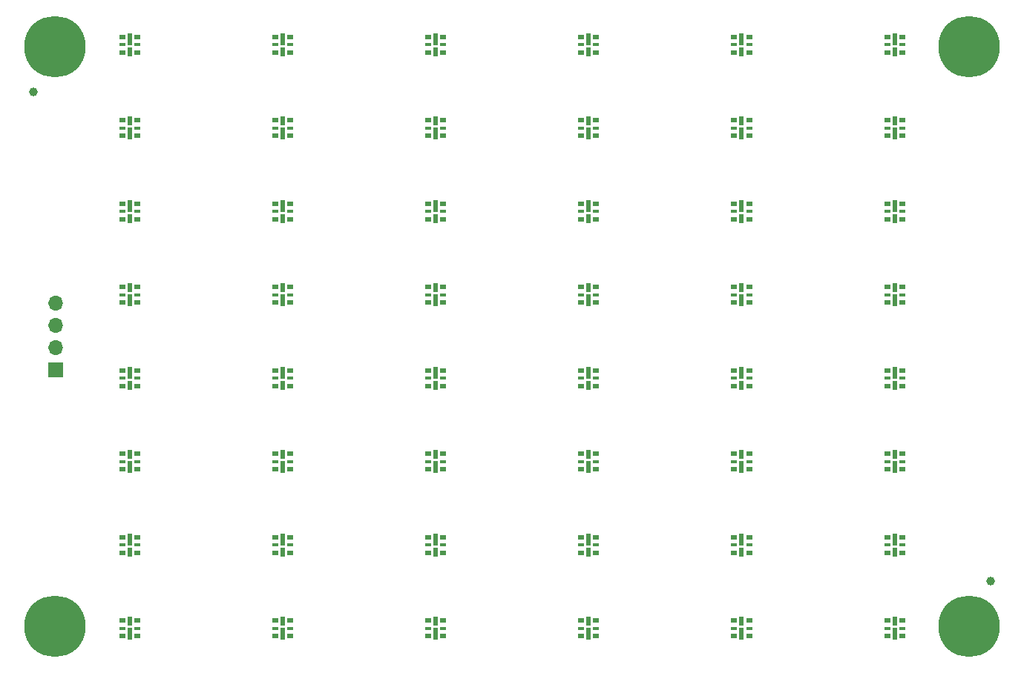
<source format=gbr>
G04 #@! TF.GenerationSoftware,KiCad,Pcbnew,(5.1.5)-3*
G04 #@! TF.CreationDate,2020-04-26T19:13:21-05:00*
G04 #@! TF.ProjectId,LED_Board_s_,4c45445f-426f-4617-9264-5f735f2e6b69,rev?*
G04 #@! TF.SameCoordinates,Original*
G04 #@! TF.FileFunction,Soldermask,Top*
G04 #@! TF.FilePolarity,Negative*
%FSLAX46Y46*%
G04 Gerber Fmt 4.6, Leading zero omitted, Abs format (unit mm)*
G04 Created by KiCad (PCBNEW (5.1.5)-3) date 2020-04-26 19:13:21*
%MOMM*%
%LPD*%
G04 APERTURE LIST*
%ADD10C,1.000000*%
%ADD11O,1.700000X1.700000*%
%ADD12R,1.700000X1.700000*%
%ADD13C,7.000000*%
%ADD14C,0.800000*%
%ADD15R,0.500000X1.480000*%
%ADD16R,0.500000X1.000000*%
%ADD17R,0.800000X0.500000*%
%ADD18R,0.800000X0.300000*%
G04 APERTURE END LIST*
D10*
X167640000Y-109220000D03*
X58420000Y-53340000D03*
D11*
X60960000Y-77470000D03*
X60960000Y-80010000D03*
X60960000Y-82550000D03*
D12*
X60960000Y-85090000D03*
D13*
X165180000Y-114380000D03*
X165179999Y-48180001D03*
X60880000Y-48180000D03*
D14*
X63505000Y-48180000D03*
X62736155Y-50036155D03*
X60880000Y-50805000D03*
X59023845Y-50036155D03*
X58255000Y-48180000D03*
X59023845Y-46323845D03*
X60880000Y-45555000D03*
X62736155Y-46323845D03*
D13*
X60880001Y-114379999D03*
D15*
X69380000Y-115207500D03*
D16*
X69380000Y-113787500D03*
D17*
X70230000Y-113717500D03*
X70230000Y-115517500D03*
D18*
X70230000Y-114617500D03*
D17*
X68530000Y-115517500D03*
D18*
X68530000Y-114617500D03*
D17*
X68530000Y-113717500D03*
D15*
X86840000Y-115207500D03*
D16*
X86840000Y-113787500D03*
D17*
X87690000Y-113717500D03*
X87690000Y-115517500D03*
D18*
X87690000Y-114617500D03*
D17*
X85990000Y-115517500D03*
D18*
X85990000Y-114617500D03*
D17*
X85990000Y-113717500D03*
D15*
X104300000Y-115207500D03*
D16*
X104300000Y-113787500D03*
D17*
X105150000Y-113717500D03*
X105150000Y-115517500D03*
D18*
X105150000Y-114617500D03*
D17*
X103450000Y-115517500D03*
D18*
X103450000Y-114617500D03*
D17*
X103450000Y-113717500D03*
D15*
X121760000Y-115207500D03*
D16*
X121760000Y-113787500D03*
D17*
X122610000Y-113717500D03*
X122610000Y-115517500D03*
D18*
X122610000Y-114617500D03*
D17*
X120910000Y-115517500D03*
D18*
X120910000Y-114617500D03*
D17*
X120910000Y-113717500D03*
D15*
X139220000Y-115207500D03*
D16*
X139220000Y-113787500D03*
D17*
X140070000Y-113717500D03*
X140070000Y-115517500D03*
D18*
X140070000Y-114617500D03*
D17*
X138370000Y-115517500D03*
D18*
X138370000Y-114617500D03*
D17*
X138370000Y-113717500D03*
D15*
X156680000Y-115207500D03*
D16*
X156680000Y-113787500D03*
D17*
X157530000Y-113717500D03*
X157530000Y-115517500D03*
D18*
X157530000Y-114617500D03*
D17*
X155830000Y-115517500D03*
D18*
X155830000Y-114617500D03*
D17*
X155830000Y-113717500D03*
D15*
X156680000Y-104502500D03*
D16*
X156680000Y-105922500D03*
D17*
X155830000Y-105992500D03*
X155830000Y-104192500D03*
D18*
X155830000Y-105092500D03*
D17*
X157530000Y-104192500D03*
D18*
X157530000Y-105092500D03*
D17*
X157530000Y-105992500D03*
D15*
X139220000Y-104502500D03*
D16*
X139220000Y-105922500D03*
D17*
X138370000Y-105992500D03*
X138370000Y-104192500D03*
D18*
X138370000Y-105092500D03*
D17*
X140070000Y-104192500D03*
D18*
X140070000Y-105092500D03*
D17*
X140070000Y-105992500D03*
D15*
X121760000Y-104502500D03*
D16*
X121760000Y-105922500D03*
D17*
X120910000Y-105992500D03*
X120910000Y-104192500D03*
D18*
X120910000Y-105092500D03*
D17*
X122610000Y-104192500D03*
D18*
X122610000Y-105092500D03*
D17*
X122610000Y-105992500D03*
D15*
X104300000Y-104502500D03*
D16*
X104300000Y-105922500D03*
D17*
X103450000Y-105992500D03*
X103450000Y-104192500D03*
D18*
X103450000Y-105092500D03*
D17*
X105150000Y-104192500D03*
D18*
X105150000Y-105092500D03*
D17*
X105150000Y-105992500D03*
D15*
X86840000Y-104502500D03*
D16*
X86840000Y-105922500D03*
D17*
X85990000Y-105992500D03*
X85990000Y-104192500D03*
D18*
X85990000Y-105092500D03*
D17*
X87690000Y-104192500D03*
D18*
X87690000Y-105092500D03*
D17*
X87690000Y-105992500D03*
D15*
X69380000Y-104502500D03*
D16*
X69380000Y-105922500D03*
D17*
X68530000Y-105992500D03*
X68530000Y-104192500D03*
D18*
X68530000Y-105092500D03*
D17*
X70230000Y-104192500D03*
D18*
X70230000Y-105092500D03*
D17*
X70230000Y-105992500D03*
D15*
X69380000Y-96157500D03*
D16*
X69380000Y-94737500D03*
D17*
X70230000Y-94667500D03*
X70230000Y-96467500D03*
D18*
X70230000Y-95567500D03*
D17*
X68530000Y-96467500D03*
D18*
X68530000Y-95567500D03*
D17*
X68530000Y-94667500D03*
D15*
X86840000Y-96157500D03*
D16*
X86840000Y-94737500D03*
D17*
X87690000Y-94667500D03*
X87690000Y-96467500D03*
D18*
X87690000Y-95567500D03*
D17*
X85990000Y-96467500D03*
D18*
X85990000Y-95567500D03*
D17*
X85990000Y-94667500D03*
D15*
X104300000Y-96157500D03*
D16*
X104300000Y-94737500D03*
D17*
X105150000Y-94667500D03*
X105150000Y-96467500D03*
D18*
X105150000Y-95567500D03*
D17*
X103450000Y-96467500D03*
D18*
X103450000Y-95567500D03*
D17*
X103450000Y-94667500D03*
D15*
X121760000Y-96157500D03*
D16*
X121760000Y-94737500D03*
D17*
X122610000Y-94667500D03*
X122610000Y-96467500D03*
D18*
X122610000Y-95567500D03*
D17*
X120910000Y-96467500D03*
D18*
X120910000Y-95567500D03*
D17*
X120910000Y-94667500D03*
D15*
X139220000Y-96157500D03*
D16*
X139220000Y-94737500D03*
D17*
X140070000Y-94667500D03*
X140070000Y-96467500D03*
D18*
X140070000Y-95567500D03*
D17*
X138370000Y-96467500D03*
D18*
X138370000Y-95567500D03*
D17*
X138370000Y-94667500D03*
D15*
X156680000Y-96157500D03*
D16*
X156680000Y-94737500D03*
D17*
X157530000Y-94667500D03*
X157530000Y-96467500D03*
D18*
X157530000Y-95567500D03*
D17*
X155830000Y-96467500D03*
D18*
X155830000Y-95567500D03*
D17*
X155830000Y-94667500D03*
D15*
X156680000Y-85452500D03*
D16*
X156680000Y-86872500D03*
D17*
X155830000Y-86942500D03*
X155830000Y-85142500D03*
D18*
X155830000Y-86042500D03*
D17*
X157530000Y-85142500D03*
D18*
X157530000Y-86042500D03*
D17*
X157530000Y-86942500D03*
D15*
X139220000Y-85452500D03*
D16*
X139220000Y-86872500D03*
D17*
X138370000Y-86942500D03*
X138370000Y-85142500D03*
D18*
X138370000Y-86042500D03*
D17*
X140070000Y-85142500D03*
D18*
X140070000Y-86042500D03*
D17*
X140070000Y-86942500D03*
D15*
X121760000Y-85452500D03*
D16*
X121760000Y-86872500D03*
D17*
X120910000Y-86942500D03*
X120910000Y-85142500D03*
D18*
X120910000Y-86042500D03*
D17*
X122610000Y-85142500D03*
D18*
X122610000Y-86042500D03*
D17*
X122610000Y-86942500D03*
D15*
X104300000Y-85452500D03*
D16*
X104300000Y-86872500D03*
D17*
X103450000Y-86942500D03*
X103450000Y-85142500D03*
D18*
X103450000Y-86042500D03*
D17*
X105150000Y-85142500D03*
D18*
X105150000Y-86042500D03*
D17*
X105150000Y-86942500D03*
D15*
X86840000Y-85452500D03*
D16*
X86840000Y-86872500D03*
D17*
X85990000Y-86942500D03*
X85990000Y-85142500D03*
D18*
X85990000Y-86042500D03*
D17*
X87690000Y-85142500D03*
D18*
X87690000Y-86042500D03*
D17*
X87690000Y-86942500D03*
D15*
X69380000Y-85452500D03*
D16*
X69380000Y-86872500D03*
D17*
X68530000Y-86942500D03*
X68530000Y-85142500D03*
D18*
X68530000Y-86042500D03*
D17*
X70230000Y-85142500D03*
D18*
X70230000Y-86042500D03*
D17*
X70230000Y-86942500D03*
D15*
X69380000Y-77107500D03*
D16*
X69380000Y-75687500D03*
D17*
X70230000Y-75617500D03*
X70230000Y-77417500D03*
D18*
X70230000Y-76517500D03*
D17*
X68530000Y-77417500D03*
D18*
X68530000Y-76517500D03*
D17*
X68530000Y-75617500D03*
D15*
X86840000Y-77107500D03*
D16*
X86840000Y-75687500D03*
D17*
X87690000Y-75617500D03*
X87690000Y-77417500D03*
D18*
X87690000Y-76517500D03*
D17*
X85990000Y-77417500D03*
D18*
X85990000Y-76517500D03*
D17*
X85990000Y-75617500D03*
D15*
X104300000Y-77107500D03*
D16*
X104300000Y-75687500D03*
D17*
X105150000Y-75617500D03*
X105150000Y-77417500D03*
D18*
X105150000Y-76517500D03*
D17*
X103450000Y-77417500D03*
D18*
X103450000Y-76517500D03*
D17*
X103450000Y-75617500D03*
D15*
X121760000Y-77107500D03*
D16*
X121760000Y-75687500D03*
D17*
X122610000Y-75617500D03*
X122610000Y-77417500D03*
D18*
X122610000Y-76517500D03*
D17*
X120910000Y-77417500D03*
D18*
X120910000Y-76517500D03*
D17*
X120910000Y-75617500D03*
D15*
X139220000Y-77107500D03*
D16*
X139220000Y-75687500D03*
D17*
X140070000Y-75617500D03*
X140070000Y-77417500D03*
D18*
X140070000Y-76517500D03*
D17*
X138370000Y-77417500D03*
D18*
X138370000Y-76517500D03*
D17*
X138370000Y-75617500D03*
D15*
X156680000Y-77107500D03*
D16*
X156680000Y-75687500D03*
D17*
X157530000Y-75617500D03*
X157530000Y-77417500D03*
D18*
X157530000Y-76517500D03*
D17*
X155830000Y-77417500D03*
D18*
X155830000Y-76517500D03*
D17*
X155830000Y-75617500D03*
D15*
X156680000Y-66402500D03*
D16*
X156680000Y-67822500D03*
D17*
X155830000Y-67892500D03*
X155830000Y-66092500D03*
D18*
X155830000Y-66992500D03*
D17*
X157530000Y-66092500D03*
D18*
X157530000Y-66992500D03*
D17*
X157530000Y-67892500D03*
D15*
X139220000Y-66402500D03*
D16*
X139220000Y-67822500D03*
D17*
X138370000Y-67892500D03*
X138370000Y-66092500D03*
D18*
X138370000Y-66992500D03*
D17*
X140070000Y-66092500D03*
D18*
X140070000Y-66992500D03*
D17*
X140070000Y-67892500D03*
D15*
X121760000Y-66402500D03*
D16*
X121760000Y-67822500D03*
D17*
X120910000Y-67892500D03*
X120910000Y-66092500D03*
D18*
X120910000Y-66992500D03*
D17*
X122610000Y-66092500D03*
D18*
X122610000Y-66992500D03*
D17*
X122610000Y-67892500D03*
D15*
X104300000Y-66402500D03*
D16*
X104300000Y-67822500D03*
D17*
X103450000Y-67892500D03*
X103450000Y-66092500D03*
D18*
X103450000Y-66992500D03*
D17*
X105150000Y-66092500D03*
D18*
X105150000Y-66992500D03*
D17*
X105150000Y-67892500D03*
D15*
X86840000Y-66402500D03*
D16*
X86840000Y-67822500D03*
D17*
X85990000Y-67892500D03*
X85990000Y-66092500D03*
D18*
X85990000Y-66992500D03*
D17*
X87690000Y-66092500D03*
D18*
X87690000Y-66992500D03*
D17*
X87690000Y-67892500D03*
D15*
X69380000Y-66402500D03*
D16*
X69380000Y-67822500D03*
D17*
X68530000Y-67892500D03*
X68530000Y-66092500D03*
D18*
X68530000Y-66992500D03*
D17*
X70230000Y-66092500D03*
D18*
X70230000Y-66992500D03*
D17*
X70230000Y-67892500D03*
D15*
X69380000Y-58057500D03*
D16*
X69380000Y-56637500D03*
D17*
X70230000Y-56567500D03*
X70230000Y-58367500D03*
D18*
X70230000Y-57467500D03*
D17*
X68530000Y-58367500D03*
D18*
X68530000Y-57467500D03*
D17*
X68530000Y-56567500D03*
D15*
X86840000Y-58057500D03*
D16*
X86840000Y-56637500D03*
D17*
X87690000Y-56567500D03*
X87690000Y-58367500D03*
D18*
X87690000Y-57467500D03*
D17*
X85990000Y-58367500D03*
D18*
X85990000Y-57467500D03*
D17*
X85990000Y-56567500D03*
D15*
X104300000Y-58057500D03*
D16*
X104300000Y-56637500D03*
D17*
X105150000Y-56567500D03*
X105150000Y-58367500D03*
D18*
X105150000Y-57467500D03*
D17*
X103450000Y-58367500D03*
D18*
X103450000Y-57467500D03*
D17*
X103450000Y-56567500D03*
D15*
X121760000Y-58057500D03*
D16*
X121760000Y-56637500D03*
D17*
X122610000Y-56567500D03*
X122610000Y-58367500D03*
D18*
X122610000Y-57467500D03*
D17*
X120910000Y-58367500D03*
D18*
X120910000Y-57467500D03*
D17*
X120910000Y-56567500D03*
D15*
X139220000Y-58057500D03*
D16*
X139220000Y-56637500D03*
D17*
X140070000Y-56567500D03*
X140070000Y-58367500D03*
D18*
X140070000Y-57467500D03*
D17*
X138370000Y-58367500D03*
D18*
X138370000Y-57467500D03*
D17*
X138370000Y-56567500D03*
D15*
X156680000Y-58057500D03*
D16*
X156680000Y-56637500D03*
D17*
X157530000Y-56567500D03*
X157530000Y-58367500D03*
D18*
X157530000Y-57467500D03*
D17*
X155830000Y-58367500D03*
D18*
X155830000Y-57467500D03*
D17*
X155830000Y-56567500D03*
D15*
X156680000Y-47352500D03*
D16*
X156680000Y-48772500D03*
D17*
X155830000Y-48842500D03*
X155830000Y-47042500D03*
D18*
X155830000Y-47942500D03*
D17*
X157530000Y-47042500D03*
D18*
X157530000Y-47942500D03*
D17*
X157530000Y-48842500D03*
D15*
X139220000Y-47352500D03*
D16*
X139220000Y-48772500D03*
D17*
X138370000Y-48842500D03*
X138370000Y-47042500D03*
D18*
X138370000Y-47942500D03*
D17*
X140070000Y-47042500D03*
D18*
X140070000Y-47942500D03*
D17*
X140070000Y-48842500D03*
D15*
X121760000Y-47352500D03*
D16*
X121760000Y-48772500D03*
D17*
X120910000Y-48842500D03*
X120910000Y-47042500D03*
D18*
X120910000Y-47942500D03*
D17*
X122610000Y-47042500D03*
D18*
X122610000Y-47942500D03*
D17*
X122610000Y-48842500D03*
D15*
X104300000Y-47352500D03*
D16*
X104300000Y-48772500D03*
D17*
X103450000Y-48842500D03*
X103450000Y-47042500D03*
D18*
X103450000Y-47942500D03*
D17*
X105150000Y-47042500D03*
D18*
X105150000Y-47942500D03*
D17*
X105150000Y-48842500D03*
D15*
X86840000Y-47352500D03*
D16*
X86840000Y-48772500D03*
D17*
X85990000Y-48842500D03*
X85990000Y-47042500D03*
D18*
X85990000Y-47942500D03*
D17*
X87690000Y-47042500D03*
D18*
X87690000Y-47942500D03*
D17*
X87690000Y-48842500D03*
D15*
X69380000Y-47352500D03*
D16*
X69380000Y-48772500D03*
D17*
X68530000Y-48842500D03*
X68530000Y-47042500D03*
D18*
X68530000Y-47942500D03*
D17*
X70230000Y-47042500D03*
D18*
X70230000Y-47942500D03*
D17*
X70230000Y-48842500D03*
M02*

</source>
